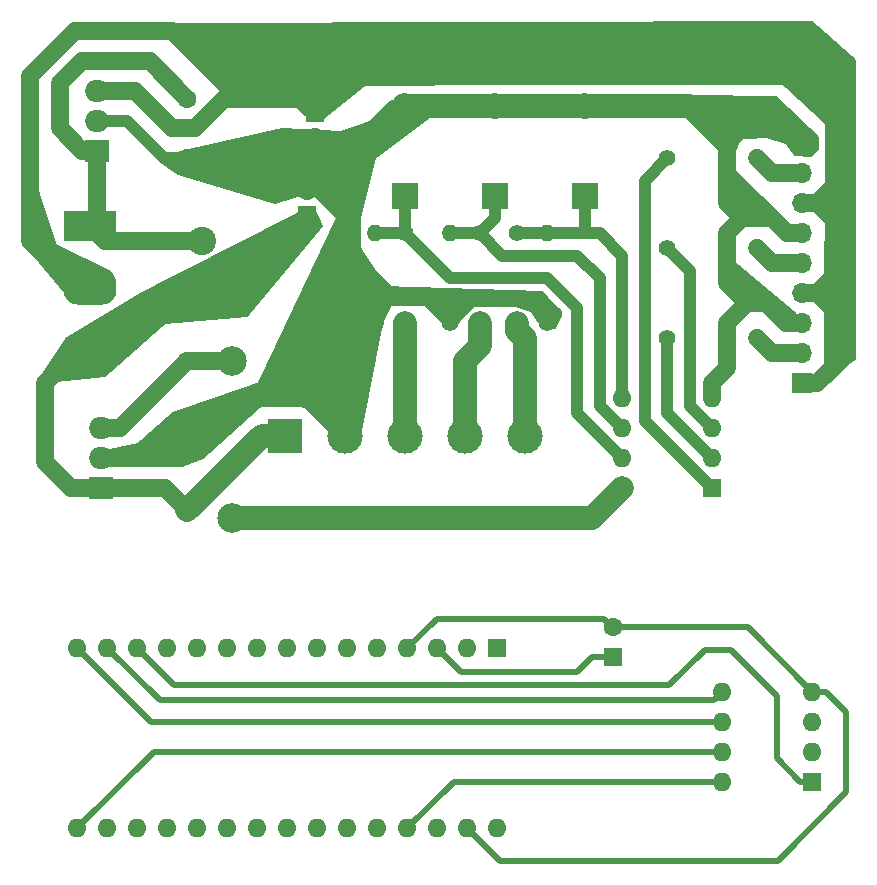
<source format=gbr>
%TF.GenerationSoftware,KiCad,Pcbnew,(6.0.9)*%
%TF.CreationDate,2022-12-15T21:37:47+02:00*%
%TF.ProjectId,custom_arduino,63757374-6f6d-45f6-9172-6475696e6f2e,rev?*%
%TF.SameCoordinates,Original*%
%TF.FileFunction,Copper,L2,Bot*%
%TF.FilePolarity,Positive*%
%FSLAX46Y46*%
G04 Gerber Fmt 4.6, Leading zero omitted, Abs format (unit mm)*
G04 Created by KiCad (PCBNEW (6.0.9)) date 2022-12-15 21:37:47*
%MOMM*%
%LPD*%
G01*
G04 APERTURE LIST*
%TA.AperFunction,NonConductor*%
%ADD10C,0.200000*%
%TD*%
%TA.AperFunction,ComponentPad*%
%ADD11R,1.600000X1.600000*%
%TD*%
%TA.AperFunction,ComponentPad*%
%ADD12O,1.600000X1.600000*%
%TD*%
%TA.AperFunction,ComponentPad*%
%ADD13R,1.700000X1.700000*%
%TD*%
%TA.AperFunction,ComponentPad*%
%ADD14O,1.700000X1.700000*%
%TD*%
%TA.AperFunction,ComponentPad*%
%ADD15C,1.400000*%
%TD*%
%TA.AperFunction,ComponentPad*%
%ADD16O,1.400000X1.400000*%
%TD*%
%TA.AperFunction,ComponentPad*%
%ADD17C,1.600000*%
%TD*%
%TA.AperFunction,ComponentPad*%
%ADD18R,2.000000X1.905000*%
%TD*%
%TA.AperFunction,ComponentPad*%
%ADD19O,2.000000X1.905000*%
%TD*%
%TA.AperFunction,ComponentPad*%
%ADD20R,2.999740X2.999740*%
%TD*%
%TA.AperFunction,ComponentPad*%
%ADD21C,2.999740*%
%TD*%
%TA.AperFunction,ComponentPad*%
%ADD22R,4.500000X2.500000*%
%TD*%
%TA.AperFunction,ComponentPad*%
%ADD23O,4.500000X2.500000*%
%TD*%
%TA.AperFunction,ComponentPad*%
%ADD24R,2.200000X2.200000*%
%TD*%
%TA.AperFunction,ComponentPad*%
%ADD25O,2.200000X2.200000*%
%TD*%
%TA.AperFunction,ComponentPad*%
%ADD26C,2.400000*%
%TD*%
%TA.AperFunction,ComponentPad*%
%ADD27O,2.400000X2.400000*%
%TD*%
%TA.AperFunction,ViaPad*%
%ADD28C,2.500000*%
%TD*%
%TA.AperFunction,Conductor*%
%ADD29C,0.500000*%
%TD*%
%TA.AperFunction,Conductor*%
%ADD30C,1.500000*%
%TD*%
%TA.AperFunction,Conductor*%
%ADD31C,2.000000*%
%TD*%
%TA.AperFunction,Conductor*%
%ADD32C,1.000000*%
%TD*%
G04 APERTURE END LIST*
D10*
G36*
X55300000Y-75400000D02*
G01*
X50200000Y-80000000D01*
X48400000Y-80700000D01*
X41600000Y-80600000D01*
X41500000Y-79500000D01*
X44700000Y-78800000D01*
X47700000Y-76200000D01*
X54800000Y-73700000D01*
X55300000Y-75400000D01*
G37*
X55300000Y-75400000D02*
X50200000Y-80000000D01*
X48400000Y-80700000D01*
X41600000Y-80600000D01*
X41500000Y-79500000D01*
X44700000Y-78800000D01*
X47700000Y-76200000D01*
X54800000Y-73700000D01*
X55300000Y-75400000D01*
G36*
X69850000Y-50800000D02*
G01*
X64770000Y-54610000D01*
X63500000Y-59690000D01*
X63500000Y-62230000D01*
X64770000Y-64135000D01*
X66675000Y-66040000D01*
X65405000Y-68580000D01*
X63500000Y-78105000D01*
X62230000Y-78740000D01*
X60325000Y-76200000D01*
X54610000Y-74295000D01*
X61595000Y-59690000D01*
X59690000Y-57785000D01*
X59690000Y-56515000D01*
X66675000Y-49530000D01*
X69850000Y-50800000D01*
G37*
X69850000Y-50800000D02*
X64770000Y-54610000D01*
X63500000Y-59690000D01*
X63500000Y-62230000D01*
X64770000Y-64135000D01*
X66675000Y-66040000D01*
X65405000Y-68580000D01*
X63500000Y-78105000D01*
X62230000Y-78740000D01*
X60325000Y-76200000D01*
X54610000Y-74295000D01*
X61595000Y-59690000D01*
X59690000Y-57785000D01*
X59690000Y-56515000D01*
X66675000Y-49530000D01*
X69850000Y-50800000D01*
G36*
X105400000Y-71600000D02*
G01*
X102900000Y-73400000D01*
X103000000Y-50000000D01*
X104900000Y-46300000D01*
X105400000Y-46300000D01*
X105400000Y-71600000D01*
G37*
X105400000Y-71600000D02*
X102900000Y-73400000D01*
X103000000Y-50000000D01*
X104900000Y-46300000D01*
X105400000Y-46300000D01*
X105400000Y-71600000D01*
G36*
X42400000Y-64200000D02*
G01*
X42800000Y-64900000D01*
X42700000Y-65700000D01*
X42100000Y-66800000D01*
X38700000Y-66200000D01*
X34900000Y-61600000D01*
X36300000Y-61300000D01*
X42400000Y-64200000D01*
G37*
X42400000Y-64200000D02*
X42800000Y-64900000D01*
X42700000Y-65700000D01*
X42100000Y-66800000D01*
X38700000Y-66200000D01*
X34900000Y-61600000D01*
X36300000Y-61300000D01*
X42400000Y-64200000D01*
G36*
X59400000Y-57500000D02*
G01*
X56300000Y-58400000D01*
X48100000Y-55900000D01*
X46700000Y-54900000D01*
X48300000Y-54100000D01*
X56900000Y-52100000D01*
X61936441Y-52340594D01*
X64400000Y-51500000D01*
X59400000Y-57500000D01*
G37*
X59400000Y-57500000D02*
X56300000Y-58400000D01*
X48100000Y-55900000D01*
X46700000Y-54900000D01*
X48300000Y-54100000D01*
X56900000Y-52100000D01*
X61936441Y-52340594D01*
X64400000Y-51500000D01*
X59400000Y-57500000D01*
G36*
X99100000Y-59400000D02*
G01*
X98500000Y-60200000D01*
X95700000Y-59500000D01*
X94600000Y-58000000D01*
X95300000Y-55700000D01*
X99100000Y-59400000D01*
G37*
X99100000Y-59400000D02*
X98500000Y-60200000D01*
X95700000Y-59500000D01*
X94600000Y-58000000D01*
X95300000Y-55700000D01*
X99100000Y-59400000D01*
G36*
X60325000Y-60325000D02*
G01*
X53975000Y-67945000D01*
X46990000Y-68580000D01*
X41910000Y-73025000D01*
X36195000Y-73660000D01*
X38735000Y-69850000D01*
X45085000Y-66040000D01*
X58681006Y-59055000D01*
X59690000Y-59055000D01*
X60325000Y-60325000D01*
G37*
X60325000Y-60325000D02*
X53975000Y-67945000D01*
X46990000Y-68580000D01*
X41910000Y-73025000D01*
X36195000Y-73660000D01*
X38735000Y-69850000D01*
X45085000Y-66040000D01*
X58681006Y-59055000D01*
X59690000Y-59055000D01*
X60325000Y-60325000D01*
G36*
X80500000Y-67500000D02*
G01*
X80500000Y-68000000D01*
X80000000Y-69000000D01*
X79000000Y-69000000D01*
X78000000Y-67500000D01*
X76500000Y-67000000D01*
X78740000Y-66040000D01*
X80500000Y-67500000D01*
G37*
X80500000Y-67500000D02*
X80500000Y-68000000D01*
X80000000Y-69000000D01*
X79000000Y-69000000D01*
X78000000Y-67500000D01*
X76500000Y-67000000D01*
X78740000Y-66040000D01*
X80500000Y-67500000D01*
G36*
X98700000Y-49400000D02*
G01*
X102300000Y-52800000D01*
X102300000Y-53800000D01*
X101700000Y-54400000D01*
X100300000Y-54300000D01*
X99600000Y-53300000D01*
X97900000Y-52800000D01*
X94800000Y-53000000D01*
X91500000Y-49300000D01*
X98700000Y-49400000D01*
G37*
X98700000Y-49400000D02*
X102300000Y-52800000D01*
X102300000Y-53800000D01*
X101700000Y-54400000D01*
X100300000Y-54300000D01*
X99600000Y-53300000D01*
X97900000Y-52800000D01*
X94800000Y-53000000D01*
X91500000Y-49300000D01*
X98700000Y-49400000D01*
G36*
X72500000Y-66040000D02*
G01*
X73000000Y-67000000D01*
X71500000Y-69000000D01*
X69000000Y-67000000D01*
X66000000Y-67000000D01*
X66000000Y-66000000D01*
X72500000Y-66040000D01*
G37*
X72500000Y-66040000D02*
X73000000Y-67000000D01*
X71500000Y-69000000D01*
X69000000Y-67000000D01*
X66000000Y-67000000D01*
X66000000Y-66000000D01*
X72500000Y-66040000D01*
G36*
X78900000Y-65900000D02*
G01*
X79900000Y-67000000D01*
X69900000Y-67200000D01*
X65500000Y-65500000D01*
X78900000Y-65900000D01*
G37*
X78900000Y-65900000D02*
X79900000Y-67000000D01*
X69900000Y-67200000D01*
X65500000Y-65500000D01*
X78900000Y-65900000D01*
G36*
X37900000Y-62300000D02*
G01*
X35500000Y-61300000D01*
X36100000Y-56900000D01*
X37900000Y-62300000D01*
G37*
X37900000Y-62300000D02*
X35500000Y-61300000D01*
X36100000Y-56900000D01*
X37900000Y-62300000D01*
G36*
X100400000Y-67800000D02*
G01*
X99800000Y-68700000D01*
X97600000Y-67200000D01*
X95400000Y-66100000D01*
X94500000Y-64700000D01*
X95300000Y-63500000D01*
X100400000Y-67800000D01*
G37*
X100400000Y-67800000D02*
X99800000Y-68700000D01*
X97600000Y-67200000D01*
X95400000Y-66100000D01*
X94500000Y-64700000D01*
X95300000Y-63500000D01*
X100400000Y-67800000D01*
G36*
X105400000Y-46300000D02*
G01*
X103561890Y-52213686D01*
X99143399Y-48148401D01*
X63963142Y-48413313D01*
X60163142Y-51413313D01*
X57900000Y-49700000D01*
X53300000Y-49600000D01*
X47400000Y-43200000D01*
X101800000Y-43100000D01*
X105400000Y-46300000D01*
G37*
X105400000Y-46300000D02*
X103561890Y-52213686D01*
X99143399Y-48148401D01*
X63963142Y-48413313D01*
X60163142Y-51413313D01*
X57900000Y-49700000D01*
X53300000Y-49600000D01*
X47400000Y-43200000D01*
X101800000Y-43100000D01*
X105400000Y-46300000D01*
D11*
%TO.P,U5,1,~{RESET}/PB5*%
%TO.N,/IC1*%
X101800000Y-107400000D03*
D12*
%TO.P,U5,2,XTAL1/PB3*%
%TO.N,unconnected-(U5-Pad2)*%
X101800000Y-104860000D03*
%TO.P,U5,3,XTAL2/PB4*%
%TO.N,unconnected-(U5-Pad3)*%
X101800000Y-102320000D03*
%TO.P,U5,4,GND*%
%TO.N,GND1*%
X101800000Y-99780000D03*
%TO.P,U5,5,AREF/PB0*%
%TO.N,/IC5*%
X94180000Y-99780000D03*
%TO.P,U5,6,PB1*%
%TO.N,/IC6*%
X94180000Y-102320000D03*
%TO.P,U5,7,PB2*%
%TO.N,/IC7*%
X94180000Y-104860000D03*
%TO.P,U5,8,VCC*%
%TO.N,/POWER*%
X94180000Y-107400000D03*
%TD*%
D11*
%TO.P,U4,1,TX*%
%TO.N,unconnected-(U4-Pad1)*%
X75150000Y-96080000D03*
D12*
%TO.P,U4,17,3V3*%
%TO.N,unconnected-(U4-Pad17)*%
X42130000Y-111320000D03*
%TO.P,U4,2,RX*%
%TO.N,unconnected-(U4-Pad2)*%
X72610000Y-96080000D03*
%TO.P,U4,18,AREF*%
%TO.N,unconnected-(U4-Pad18)*%
X44670000Y-111320000D03*
%TO.P,U4,3,~{RESET}*%
%TO.N,Net-(C7-Pad1)*%
X70070000Y-96080000D03*
%TO.P,U4,19,A0/D14*%
%TO.N,unconnected-(U4-Pad19)*%
X47210000Y-111320000D03*
%TO.P,U4,4,GND*%
%TO.N,GND1*%
X67530000Y-96080000D03*
%TO.P,U4,20,A1/D15*%
%TO.N,unconnected-(U4-Pad20)*%
X49750000Y-111320000D03*
%TO.P,U4,5,D2*%
%TO.N,unconnected-(U4-Pad5)*%
X64990000Y-96080000D03*
%TO.P,U4,21,A2/D16*%
%TO.N,unconnected-(U4-Pad21)*%
X52290000Y-111320000D03*
%TO.P,U4,6,~D3*%
%TO.N,unconnected-(U4-Pad6)*%
X62450000Y-96080000D03*
%TO.P,U4,22,A3/D17*%
%TO.N,unconnected-(U4-Pad22)*%
X54830000Y-111320000D03*
%TO.P,U4,7,D4*%
%TO.N,unconnected-(U4-Pad7)*%
X59910000Y-96080000D03*
%TO.P,U4,23,A4/D18*%
%TO.N,unconnected-(U4-Pad23)*%
X57370000Y-111320000D03*
%TO.P,U4,8,~D5*%
%TO.N,unconnected-(U4-Pad8)*%
X57370000Y-96080000D03*
%TO.P,U4,24,A5/D19*%
%TO.N,unconnected-(U4-Pad24)*%
X59910000Y-111320000D03*
%TO.P,U4,9,~D6*%
%TO.N,unconnected-(U4-Pad9)*%
X54830000Y-96080000D03*
%TO.P,U4,25,A6/D20*%
%TO.N,unconnected-(U4-Pad25)*%
X62450000Y-111320000D03*
%TO.P,U4,10,D7*%
%TO.N,unconnected-(U4-Pad10)*%
X52290000Y-96080000D03*
%TO.P,U4,26,A7/D21*%
%TO.N,unconnected-(U4-Pad26)*%
X64990000Y-111320000D03*
%TO.P,U4,11,D8*%
%TO.N,unconnected-(U4-Pad11)*%
X49750000Y-96080000D03*
%TO.P,U4,27,+5V*%
%TO.N,/POWER*%
X67530000Y-111320000D03*
%TO.P,U4,12,~D9*%
%TO.N,unconnected-(U4-Pad12)*%
X47210000Y-96080000D03*
%TO.P,U4,28,~{RESET}*%
%TO.N,unconnected-(U4-Pad28)*%
X70070000Y-111320000D03*
%TO.P,U4,13,~D10*%
%TO.N,/IC1*%
X44670000Y-96080000D03*
%TO.P,U4,29,GND*%
%TO.N,GND1*%
X72610000Y-111320000D03*
%TO.P,U4,14,D11*%
%TO.N,/IC5*%
X42130000Y-96080000D03*
%TO.P,U4,30,VIN*%
%TO.N,unconnected-(U4-Pad30)*%
X75150000Y-111320000D03*
%TO.P,U4,15,D12*%
%TO.N,/IC6*%
X39590000Y-96080000D03*
%TO.P,U4,16,D13*%
%TO.N,/IC7*%
X39590000Y-111320000D03*
%TD*%
D13*
%TO.P,J1,1,Pin_1*%
%TO.N,/5V5A*%
X100965000Y-73650000D03*
D14*
%TO.P,J1,2,Pin_2*%
%TO.N,Net-(J1-Pad2)*%
X100965000Y-71110000D03*
%TO.P,J1,3,Pin_3*%
%TO.N,GND*%
X100965000Y-68570000D03*
%TO.P,J1,4,Pin_4*%
%TO.N,/5V5A*%
X100965000Y-66030000D03*
%TO.P,J1,5,Pin_5*%
%TO.N,Net-(J1-Pad5)*%
X100965000Y-63490000D03*
%TO.P,J1,6,Pin_6*%
%TO.N,GND*%
X100965000Y-60950000D03*
%TO.P,J1,7,Pin_7*%
%TO.N,/5V5A*%
X100965000Y-58410000D03*
%TO.P,J1,8,Pin_8*%
%TO.N,Net-(J1-Pad8)*%
X100965000Y-55870000D03*
%TO.P,J1,9,Pin_9*%
%TO.N,GND*%
X100965000Y-53330000D03*
%TD*%
D15*
%TO.P,R1,1*%
%TO.N,/TSignalIN*%
X76835000Y-60960000D03*
D16*
%TO.P,R1,2*%
%TO.N,/TurnSignal_12V*%
X76835000Y-68580000D03*
%TD*%
D15*
%TO.P,R6,1*%
%TO.N,GND*%
X64770000Y-68580000D03*
D16*
%TO.P,R6,2*%
%TO.N,/RSignalIN*%
X64770000Y-60960000D03*
%TD*%
D11*
%TO.P,C2,1*%
%TO.N,/5V5A*%
X59690000Y-50800000D03*
D17*
%TO.P,C2,2*%
%TO.N,GND*%
X59690000Y-52800000D03*
%TD*%
D18*
%TO.P,U2,1,VI*%
%TO.N,/12V-IN*%
X41585000Y-82550000D03*
D19*
%TO.P,U2,2,GND*%
%TO.N,GND*%
X41585000Y-80010000D03*
%TO.P,U2,3,VO*%
%TO.N,/5V*%
X41585000Y-77470000D03*
%TD*%
D15*
%TO.P,R9,1*%
%TO.N,/SSignal*%
X89535000Y-62230000D03*
D16*
%TO.P,R9,2*%
%TO.N,Net-(J1-Pad5)*%
X97155000Y-62230000D03*
%TD*%
D15*
%TO.P,R8,1*%
%TO.N,/TSignal*%
X89535000Y-69850000D03*
D16*
%TO.P,R8,2*%
%TO.N,Net-(J1-Pad2)*%
X97155000Y-69850000D03*
%TD*%
D17*
%TO.P,C3,1*%
%TO.N,/12V-IN*%
X48895000Y-84415000D03*
%TO.P,C3,2*%
%TO.N,GND*%
X48895000Y-79415000D03*
%TD*%
D20*
%TO.P,J2,1,Pin_1*%
%TO.N,/12V-IN*%
X57150000Y-78105000D03*
D21*
%TO.P,J2,2,Pin_2*%
%TO.N,GND*%
X62230000Y-78105000D03*
%TO.P,J2,3,Pin_3*%
%TO.N,/RunSignal_12V*%
X67310000Y-78105000D03*
%TO.P,J2,4,Pin_4*%
%TO.N,/StopSignal_12V*%
X72390000Y-78105000D03*
%TO.P,J2,5,Pin_5*%
%TO.N,/TurnSignal_12V*%
X77470000Y-78105000D03*
%TD*%
D22*
%TO.P,Q1,1,B*%
%TO.N,Net-(C5-Pad1)*%
X40640000Y-60325000D03*
D23*
%TO.P,Q1,2,C*%
%TO.N,/5V5A*%
X40640000Y-65775000D03*
%TO.P,Q1,3,E*%
%TO.N,/12V-IN*%
X40640000Y-71225000D03*
%TD*%
D24*
%TO.P,D2,1,K*%
%TO.N,/SSignalIN*%
X74930000Y-57785000D03*
D25*
%TO.P,D2,2,A*%
%TO.N,GND*%
X74930000Y-50165000D03*
%TD*%
D24*
%TO.P,D1,1,K*%
%TO.N,/TSignalIN*%
X82550000Y-57785000D03*
D25*
%TO.P,D1,2,A*%
%TO.N,GND*%
X82550000Y-50165000D03*
%TD*%
D15*
%TO.P,R2,1*%
%TO.N,/SSignalIN*%
X73660000Y-60960000D03*
D16*
%TO.P,R2,2*%
%TO.N,/StopSignal_12V*%
X73660000Y-68580000D03*
%TD*%
D15*
%TO.P,R4,1*%
%TO.N,GND*%
X79375000Y-68580000D03*
D16*
%TO.P,R4,2*%
%TO.N,/TSignalIN*%
X79375000Y-60960000D03*
%TD*%
D11*
%TO.P,U1,1,~{RESET}/PB5*%
%TO.N,/RSignal*%
X93335000Y-82540000D03*
D12*
%TO.P,U1,2,XTAL1/PB3*%
%TO.N,/TSignal*%
X93335000Y-80000000D03*
%TO.P,U1,3,XTAL2/PB4*%
%TO.N,/SSignal*%
X93335000Y-77460000D03*
%TO.P,U1,4,GND*%
%TO.N,GND*%
X93335000Y-74920000D03*
%TO.P,U1,5,AREF/PB0*%
%TO.N,/TSignalIN*%
X85715000Y-74920000D03*
%TO.P,U1,6,PB1*%
%TO.N,/SSignalIN*%
X85715000Y-77460000D03*
%TO.P,U1,7,PB2*%
%TO.N,/RSignalIN*%
X85715000Y-80000000D03*
%TO.P,U1,8,VCC*%
%TO.N,/5V*%
X85715000Y-82540000D03*
%TD*%
D26*
%TO.P,R7,1*%
%TO.N,Net-(C5-Pad1)*%
X50165000Y-61595000D03*
D27*
%TO.P,R7,2*%
%TO.N,/12V-IN*%
X50165000Y-66675000D03*
%TD*%
D17*
%TO.P,C1,1*%
%TO.N,/5V*%
X48895000Y-71795000D03*
%TO.P,C1,2*%
%TO.N,GND*%
X48895000Y-76795000D03*
%TD*%
D18*
%TO.P,U3,1,VI*%
%TO.N,Net-(C5-Pad1)*%
X41275000Y-53975000D03*
D19*
%TO.P,U3,2,GND*%
%TO.N,GND*%
X41275000Y-51435000D03*
%TO.P,U3,3,VO*%
%TO.N,/5V5A*%
X41275000Y-48895000D03*
%TD*%
D15*
%TO.P,R5,1*%
%TO.N,GND*%
X71120000Y-68580000D03*
D16*
%TO.P,R5,2*%
%TO.N,/SSignalIN*%
X71120000Y-60960000D03*
%TD*%
D11*
%TO.P,C7,1*%
%TO.N,Net-(C7-Pad1)*%
X84900000Y-96805113D03*
D17*
%TO.P,C7,2*%
%TO.N,GND1*%
X84900000Y-94305113D03*
%TD*%
D15*
%TO.P,R10,1*%
%TO.N,/RSignal*%
X89535000Y-54610000D03*
D16*
%TO.P,R10,2*%
%TO.N,Net-(J1-Pad8)*%
X97155000Y-54610000D03*
%TD*%
D15*
%TO.P,R3,1*%
%TO.N,/RSignalIN*%
X67310000Y-60960000D03*
D16*
%TO.P,R3,2*%
%TO.N,/RunSignal_12V*%
X67310000Y-68580000D03*
%TD*%
D24*
%TO.P,D3,1,K*%
%TO.N,/RSignalIN*%
X67310000Y-57785000D03*
D25*
%TO.P,D3,2,A*%
%TO.N,GND*%
X67310000Y-50165000D03*
%TD*%
D11*
%TO.P,C6,1*%
%TO.N,/12V-IN*%
X59055000Y-59375113D03*
D17*
%TO.P,C6,2*%
%TO.N,GND*%
X59055000Y-57375113D03*
%TD*%
%TO.P,C5,1*%
%TO.N,Net-(C5-Pad1)*%
X48895000Y-49570000D03*
%TO.P,C5,2*%
%TO.N,GND*%
X48895000Y-54570000D03*
%TD*%
%TO.P,C4,1*%
%TO.N,/5V5A*%
X53340000Y-49570000D03*
%TO.P,C4,2*%
%TO.N,GND*%
X53340000Y-54570000D03*
%TD*%
D28*
%TO.N,/5V*%
X52705000Y-71755000D03*
X52705000Y-85090000D03*
%TD*%
D29*
%TO.N,Net-(C7-Pad1)*%
X83194887Y-96805113D02*
X84900000Y-96805113D01*
X81900000Y-98100000D02*
X83194887Y-96805113D01*
X72090000Y-98100000D02*
X81900000Y-98100000D01*
X70070000Y-96080000D02*
X72090000Y-98100000D01*
%TO.N,/IC1*%
X98800000Y-105400000D02*
X100800000Y-107400000D01*
X98800000Y-100100000D02*
X98800000Y-105400000D01*
X94900000Y-96200000D02*
X98800000Y-100100000D01*
X47790000Y-99200000D02*
X89700000Y-99200000D01*
X92700000Y-96200000D02*
X94900000Y-96200000D01*
X44670000Y-96080000D02*
X47790000Y-99200000D01*
X89700000Y-99200000D02*
X92700000Y-96200000D01*
X100800000Y-107400000D02*
X101800000Y-107400000D01*
%TO.N,/IC5*%
X93460000Y-100500000D02*
X94180000Y-99780000D01*
X46550000Y-100500000D02*
X93460000Y-100500000D01*
X42130000Y-96080000D02*
X46550000Y-100500000D01*
%TO.N,GND1*%
X102980000Y-99780000D02*
X101800000Y-99780000D01*
X104700000Y-101500000D02*
X102980000Y-99780000D01*
X104700000Y-108300000D02*
X104700000Y-101500000D01*
X75390000Y-114100000D02*
X98900000Y-114100000D01*
X98900000Y-114100000D02*
X104700000Y-108300000D01*
X72610000Y-111320000D02*
X75390000Y-114100000D01*
X96325113Y-94305113D02*
X101800000Y-99780000D01*
X84900000Y-94305113D02*
X96325113Y-94305113D01*
X70010000Y-93600000D02*
X84194887Y-93600000D01*
X84194887Y-93600000D02*
X84900000Y-94305113D01*
X67530000Y-96080000D02*
X70010000Y-93600000D01*
%TO.N,/POWER*%
X71450000Y-107400000D02*
X94180000Y-107400000D01*
X67530000Y-111320000D02*
X71450000Y-107400000D01*
%TO.N,/IC7*%
X46050000Y-104860000D02*
X94180000Y-104860000D01*
X39590000Y-111320000D02*
X46050000Y-104860000D01*
%TO.N,/IC6*%
X39590000Y-96080000D02*
X45830000Y-102320000D01*
X45830000Y-102320000D02*
X94180000Y-102320000D01*
D30*
%TO.N,/5V*%
X52665000Y-71795000D02*
X52705000Y-71755000D01*
D31*
X83165000Y-85090000D02*
X85715000Y-82540000D01*
X52705000Y-85090000D02*
X83165000Y-85090000D01*
D30*
X41585000Y-77470000D02*
X43220000Y-77470000D01*
X48895000Y-71795000D02*
X52665000Y-71795000D01*
X43220000Y-77470000D02*
X48895000Y-71795000D01*
D32*
%TO.N,GND*%
X46950000Y-54570000D02*
X43815000Y-51435000D01*
D30*
X59055000Y-74930000D02*
X62230000Y-78105000D01*
D32*
X43815000Y-51435000D02*
X41275000Y-51435000D01*
D30*
X94615000Y-53340000D02*
X94615000Y-58420000D01*
D32*
X64770000Y-67310000D02*
X64770000Y-68580000D01*
D30*
X52745000Y-76795000D02*
X54610000Y-74930000D01*
X48895000Y-76795000D02*
X52745000Y-76795000D01*
X95885000Y-59690000D02*
X94615000Y-60960000D01*
X95885000Y-52070000D02*
X99705000Y-52070000D01*
X59055000Y-74930000D02*
X59055000Y-74295000D01*
D32*
X59055000Y-57375113D02*
X62660057Y-53770057D01*
X79375000Y-67310000D02*
X78740000Y-66675000D01*
D30*
X99705000Y-52070000D02*
X100965000Y-53330000D01*
D32*
X66265113Y-50165000D02*
X67310000Y-50165000D01*
X62865000Y-59690000D02*
X62865000Y-62865000D01*
D30*
X100965000Y-68570000D02*
X99549163Y-68570000D01*
X99549163Y-68570000D02*
X97859163Y-66880000D01*
X100965000Y-60950000D02*
X99685000Y-60950000D01*
D32*
X79375000Y-68580000D02*
X79375000Y-67310000D01*
D30*
X94615000Y-65180000D02*
X96315000Y-66880000D01*
X98425000Y-59690000D02*
X95885000Y-59690000D01*
X54610000Y-74930000D02*
X59055000Y-74930000D01*
D31*
X67310000Y-50165000D02*
X74930000Y-50165000D01*
X82550000Y-50165000D02*
X91440000Y-50165000D01*
D30*
X94615000Y-72390000D02*
X93335000Y-73670000D01*
D32*
X48895000Y-54570000D02*
X46950000Y-54570000D01*
X59055000Y-57375113D02*
X56145113Y-57375113D01*
X73025000Y-66675000D02*
X71120000Y-68580000D01*
X61690000Y-52800000D02*
X62660057Y-53770057D01*
D30*
X94615000Y-53340000D02*
X95885000Y-52070000D01*
X99685000Y-60950000D02*
X98425000Y-59690000D01*
X93335000Y-73670000D02*
X93335000Y-74920000D01*
D32*
X68580000Y-66040000D02*
X66040000Y-66040000D01*
D30*
X97859163Y-66880000D02*
X96315000Y-66880000D01*
D32*
X71120000Y-68580000D02*
X68580000Y-66040000D01*
D31*
X91440000Y-50165000D02*
X94615000Y-53340000D01*
D30*
X94615000Y-68580000D02*
X94615000Y-72390000D01*
D32*
X59055000Y-57375113D02*
X60550113Y-57375113D01*
X60550113Y-57375113D02*
X62865000Y-59690000D01*
D30*
X59055000Y-74295000D02*
X64770000Y-68580000D01*
D32*
X78740000Y-66675000D02*
X73025000Y-66675000D01*
X56145113Y-57375113D02*
X53340000Y-54570000D01*
D30*
X96315000Y-66880000D02*
X94615000Y-68580000D01*
X48895000Y-79415000D02*
X48895000Y-76795000D01*
D32*
X59690000Y-52800000D02*
X61690000Y-52800000D01*
D31*
X74930000Y-50165000D02*
X82550000Y-50165000D01*
D30*
X48300000Y-80010000D02*
X48895000Y-79415000D01*
X41585000Y-80010000D02*
X48300000Y-80010000D01*
D32*
X62660057Y-53770057D02*
X66265113Y-50165000D01*
D30*
X94615000Y-60960000D02*
X94615000Y-65180000D01*
D32*
X66040000Y-66040000D02*
X64770000Y-67310000D01*
X62865000Y-62865000D02*
X66040000Y-66040000D01*
D30*
X94615000Y-58420000D02*
X95885000Y-59690000D01*
D32*
X53340000Y-54570000D02*
X48895000Y-54570000D01*
D30*
%TO.N,/5V5A*%
X41275000Y-48895000D02*
X44450000Y-48895000D01*
X39370000Y-43815000D02*
X35560000Y-47625000D01*
X104140000Y-50800000D02*
X104140000Y-56515000D01*
X104140000Y-56515000D02*
X102245000Y-58410000D01*
X104140000Y-71755000D02*
X104140000Y-67925000D01*
X35560000Y-47625000D02*
X35560000Y-61595000D01*
X59690000Y-50800000D02*
X62865000Y-47625000D01*
X53340000Y-49570000D02*
X47585000Y-43815000D01*
X44450000Y-48895000D02*
X47625000Y-52070000D01*
X47625000Y-52070000D02*
X49530000Y-52070000D01*
X49530000Y-52070000D02*
X52030000Y-49570000D01*
X39740000Y-65775000D02*
X40640000Y-65775000D01*
X104140000Y-64135000D02*
X104140000Y-60305000D01*
X35560000Y-61595000D02*
X39740000Y-65775000D01*
X53340000Y-49570000D02*
X58460000Y-49570000D01*
X104140000Y-67925000D02*
X102245000Y-66030000D01*
X100965000Y-73650000D02*
X102245000Y-73650000D01*
X58460000Y-49570000D02*
X59690000Y-50800000D01*
X102245000Y-66030000D02*
X104140000Y-64135000D01*
X104140000Y-60305000D02*
X102245000Y-58410000D01*
X102245000Y-73650000D02*
X104140000Y-71755000D01*
X100965000Y-47625000D02*
X104140000Y-50800000D01*
X62865000Y-47625000D02*
X100965000Y-47625000D01*
X52030000Y-49570000D02*
X53340000Y-49570000D01*
X100965000Y-66030000D02*
X102245000Y-66030000D01*
X102245000Y-58410000D02*
X100965000Y-58410000D01*
X47585000Y-43815000D02*
X39370000Y-43815000D01*
%TO.N,/12V-IN*%
X50165000Y-66675000D02*
X51755113Y-66675000D01*
X39085000Y-82550000D02*
X41585000Y-82550000D01*
X50165000Y-66675000D02*
X45190000Y-66675000D01*
X45190000Y-66675000D02*
X40640000Y-71225000D01*
X36830000Y-80295000D02*
X39085000Y-82550000D01*
X41585000Y-82550000D02*
X47030000Y-82550000D01*
D31*
X55205000Y-78105000D02*
X48895000Y-84415000D01*
X57150000Y-78105000D02*
X55205000Y-78105000D01*
D30*
X39265000Y-71225000D02*
X36830000Y-73660000D01*
X51755113Y-66675000D02*
X59055000Y-59375113D01*
X40640000Y-71225000D02*
X39265000Y-71225000D01*
X47030000Y-82550000D02*
X48895000Y-84415000D01*
X36830000Y-73660000D02*
X36830000Y-80295000D01*
%TO.N,Net-(C5-Pad1)*%
X41275000Y-53975000D02*
X41275000Y-59690000D01*
X38100000Y-52070000D02*
X38100000Y-48260000D01*
X42545000Y-46355000D02*
X42585000Y-46395000D01*
X50165000Y-61595000D02*
X41910000Y-61595000D01*
X38100000Y-48260000D02*
X40005000Y-46355000D01*
X45720000Y-46395000D02*
X48895000Y-49570000D01*
X41910000Y-61595000D02*
X40640000Y-60325000D01*
X40005000Y-53975000D02*
X38100000Y-52070000D01*
X41275000Y-53975000D02*
X40005000Y-53975000D01*
X40005000Y-46355000D02*
X42545000Y-46355000D01*
X42585000Y-46395000D02*
X45720000Y-46395000D01*
X41275000Y-59690000D02*
X40640000Y-60325000D01*
D32*
%TO.N,/TSignalIN*%
X85715000Y-62855000D02*
X85715000Y-74920000D01*
X76835000Y-60960000D02*
X79375000Y-60960000D01*
X79375000Y-60960000D02*
X82550000Y-60960000D01*
X83820000Y-60960000D02*
X85715000Y-62855000D01*
X82550000Y-60960000D02*
X83820000Y-60960000D01*
X82550000Y-57785000D02*
X82550000Y-60960000D01*
%TO.N,/SSignalIN*%
X73660000Y-60960000D02*
X71120000Y-60960000D01*
X75565000Y-62865000D02*
X81915000Y-62865000D01*
X74930000Y-57785000D02*
X74930000Y-59690000D01*
X83820000Y-75565000D02*
X85715000Y-77460000D01*
X73660000Y-60960000D02*
X75565000Y-62865000D01*
X81915000Y-62865000D02*
X83820000Y-64770000D01*
X74930000Y-59690000D02*
X73660000Y-60960000D01*
X83820000Y-64770000D02*
X83820000Y-75565000D01*
%TO.N,/RSignalIN*%
X79375000Y-64770000D02*
X81915000Y-67310000D01*
X81915000Y-67310000D02*
X81915000Y-76200000D01*
X67310000Y-60960000D02*
X71120000Y-64770000D01*
X64770000Y-60960000D02*
X67310000Y-60960000D01*
X81915000Y-76200000D02*
X85715000Y-80000000D01*
X71120000Y-64770000D02*
X79375000Y-64770000D01*
X67310000Y-57785000D02*
X67310000Y-60960000D01*
%TO.N,/TSignal*%
X89535000Y-76200000D02*
X93335000Y-80000000D01*
X89535000Y-69850000D02*
X89535000Y-76200000D01*
%TO.N,/SSignal*%
X91440000Y-75565000D02*
X93335000Y-77460000D01*
X89535000Y-62230000D02*
X91440000Y-64135000D01*
X91440000Y-64135000D02*
X91440000Y-75565000D01*
%TO.N,/RSignal*%
X87630000Y-56515000D02*
X87630000Y-76835000D01*
X87630000Y-76835000D02*
X93335000Y-82540000D01*
X89535000Y-54610000D02*
X87630000Y-56515000D01*
D31*
%TO.N,/TurnSignal_12V*%
X77470000Y-69850000D02*
X76835000Y-69215000D01*
X77470000Y-78105000D02*
X77470000Y-69850000D01*
X76835000Y-69215000D02*
X76835000Y-68580000D01*
%TO.N,/StopSignal_12V*%
X72390000Y-78105000D02*
X72390000Y-71755000D01*
X72390000Y-71755000D02*
X73660000Y-70485000D01*
X73660000Y-70485000D02*
X73660000Y-68580000D01*
%TO.N,/RunSignal_12V*%
X67310000Y-78105000D02*
X67310000Y-68580000D01*
D30*
%TO.N,Net-(J1-Pad2)*%
X97155000Y-69850000D02*
X98415000Y-71110000D01*
X98415000Y-71110000D02*
X100965000Y-71110000D01*
%TO.N,Net-(J1-Pad5)*%
X97155000Y-62230000D02*
X98415000Y-63490000D01*
X98415000Y-63490000D02*
X100965000Y-63490000D01*
%TO.N,Net-(J1-Pad8)*%
X98415000Y-55870000D02*
X100965000Y-55870000D01*
X97155000Y-54610000D02*
X98415000Y-55870000D01*
%TD*%
M02*

</source>
